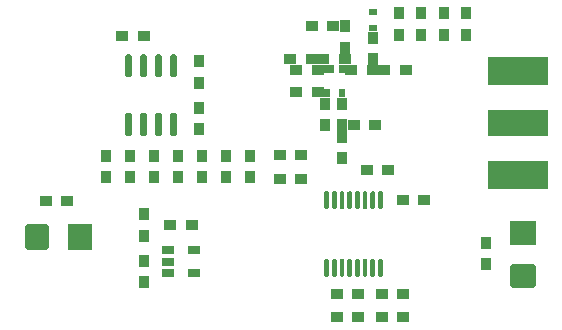
<source format=gbr>
%TF.GenerationSoftware,KiCad,Pcbnew,(5.1.6-0-10_14)*%
%TF.CreationDate,2021-11-26T22:59:46-06:00*%
%TF.ProjectId,EE514 Project,45453531-3420-4507-926f-6a6563742e6b,rev?*%
%TF.SameCoordinates,Original*%
%TF.FileFunction,Paste,Top*%
%TF.FilePolarity,Positive*%
%FSLAX46Y46*%
G04 Gerber Fmt 4.6, Leading zero omitted, Abs format (unit mm)*
G04 Created by KiCad (PCBNEW (5.1.6-0-10_14)) date 2021-11-26 22:59:46*
%MOMM*%
%LPD*%
G01*
G04 APERTURE LIST*
%ADD10R,2.000000X2.200000*%
%ADD11R,1.060000X0.650000*%
%ADD12R,0.950000X0.975000*%
%ADD13R,0.975000X0.950000*%
%ADD14R,0.900000X0.800000*%
%ADD15R,0.600000X0.800000*%
%ADD16R,5.080000X2.420000*%
%ADD17R,5.080000X2.290000*%
%ADD18R,0.700000X0.600000*%
%ADD19R,2.200000X2.000000*%
G04 APERTURE END LIST*
D10*
%TO.C,D101*%
X127679000Y-114564000D03*
G36*
G01*
X123079000Y-115464000D02*
X123079000Y-113664000D01*
G75*
G02*
X123279000Y-113464000I200000J0D01*
G01*
X124879000Y-113464000D01*
G75*
G02*
X125079000Y-113664000I0J-200000D01*
G01*
X125079000Y-115464000D01*
G75*
G02*
X124879000Y-115664000I-200000J0D01*
G01*
X123279000Y-115664000D01*
G75*
G02*
X123079000Y-115464000I0J200000D01*
G01*
G37*
%TD*%
%TO.C,U401*%
G36*
G01*
X131976000Y-101043400D02*
X131676000Y-101043400D01*
G75*
G02*
X131526000Y-100893400I0J150000D01*
G01*
X131526000Y-99243400D01*
G75*
G02*
X131676000Y-99093400I150000J0D01*
G01*
X131976000Y-99093400D01*
G75*
G02*
X132126000Y-99243400I0J-150000D01*
G01*
X132126000Y-100893400D01*
G75*
G02*
X131976000Y-101043400I-150000J0D01*
G01*
G37*
G36*
G01*
X133246000Y-101043400D02*
X132946000Y-101043400D01*
G75*
G02*
X132796000Y-100893400I0J150000D01*
G01*
X132796000Y-99243400D01*
G75*
G02*
X132946000Y-99093400I150000J0D01*
G01*
X133246000Y-99093400D01*
G75*
G02*
X133396000Y-99243400I0J-150000D01*
G01*
X133396000Y-100893400D01*
G75*
G02*
X133246000Y-101043400I-150000J0D01*
G01*
G37*
G36*
G01*
X134516000Y-101043400D02*
X134216000Y-101043400D01*
G75*
G02*
X134066000Y-100893400I0J150000D01*
G01*
X134066000Y-99243400D01*
G75*
G02*
X134216000Y-99093400I150000J0D01*
G01*
X134516000Y-99093400D01*
G75*
G02*
X134666000Y-99243400I0J-150000D01*
G01*
X134666000Y-100893400D01*
G75*
G02*
X134516000Y-101043400I-150000J0D01*
G01*
G37*
G36*
G01*
X135786000Y-101043400D02*
X135486000Y-101043400D01*
G75*
G02*
X135336000Y-100893400I0J150000D01*
G01*
X135336000Y-99243400D01*
G75*
G02*
X135486000Y-99093400I150000J0D01*
G01*
X135786000Y-99093400D01*
G75*
G02*
X135936000Y-99243400I0J-150000D01*
G01*
X135936000Y-100893400D01*
G75*
G02*
X135786000Y-101043400I-150000J0D01*
G01*
G37*
G36*
G01*
X135786000Y-105993400D02*
X135486000Y-105993400D01*
G75*
G02*
X135336000Y-105843400I0J150000D01*
G01*
X135336000Y-104193400D01*
G75*
G02*
X135486000Y-104043400I150000J0D01*
G01*
X135786000Y-104043400D01*
G75*
G02*
X135936000Y-104193400I0J-150000D01*
G01*
X135936000Y-105843400D01*
G75*
G02*
X135786000Y-105993400I-150000J0D01*
G01*
G37*
G36*
G01*
X134516000Y-105993400D02*
X134216000Y-105993400D01*
G75*
G02*
X134066000Y-105843400I0J150000D01*
G01*
X134066000Y-104193400D01*
G75*
G02*
X134216000Y-104043400I150000J0D01*
G01*
X134516000Y-104043400D01*
G75*
G02*
X134666000Y-104193400I0J-150000D01*
G01*
X134666000Y-105843400D01*
G75*
G02*
X134516000Y-105993400I-150000J0D01*
G01*
G37*
G36*
G01*
X133246000Y-105993400D02*
X132946000Y-105993400D01*
G75*
G02*
X132796000Y-105843400I0J150000D01*
G01*
X132796000Y-104193400D01*
G75*
G02*
X132946000Y-104043400I150000J0D01*
G01*
X133246000Y-104043400D01*
G75*
G02*
X133396000Y-104193400I0J-150000D01*
G01*
X133396000Y-105843400D01*
G75*
G02*
X133246000Y-105993400I-150000J0D01*
G01*
G37*
G36*
G01*
X131976000Y-105993400D02*
X131676000Y-105993400D01*
G75*
G02*
X131526000Y-105843400I0J150000D01*
G01*
X131526000Y-104193400D01*
G75*
G02*
X131676000Y-104043400I150000J0D01*
G01*
X131976000Y-104043400D01*
G75*
G02*
X132126000Y-104193400I0J-150000D01*
G01*
X132126000Y-105843400D01*
G75*
G02*
X131976000Y-105993400I-150000J0D01*
G01*
G37*
%TD*%
D11*
%TO.C,U201*%
X137407000Y-115692000D03*
X137407000Y-117592000D03*
X135207000Y-117592000D03*
X135207000Y-116642000D03*
X135207000Y-115692000D03*
%TD*%
%TO.C,U101*%
G36*
G01*
X153051000Y-116425000D02*
X153251000Y-116425000D01*
G75*
G02*
X153351000Y-116525000I0J-100000D01*
G01*
X153351000Y-117800000D01*
G75*
G02*
X153251000Y-117900000I-100000J0D01*
G01*
X153051000Y-117900000D01*
G75*
G02*
X152951000Y-117800000I0J100000D01*
G01*
X152951000Y-116525000D01*
G75*
G02*
X153051000Y-116425000I100000J0D01*
G01*
G37*
G36*
G01*
X152401000Y-116425000D02*
X152601000Y-116425000D01*
G75*
G02*
X152701000Y-116525000I0J-100000D01*
G01*
X152701000Y-117800000D01*
G75*
G02*
X152601000Y-117900000I-100000J0D01*
G01*
X152401000Y-117900000D01*
G75*
G02*
X152301000Y-117800000I0J100000D01*
G01*
X152301000Y-116525000D01*
G75*
G02*
X152401000Y-116425000I100000J0D01*
G01*
G37*
G36*
G01*
X151751000Y-116425000D02*
X151951000Y-116425000D01*
G75*
G02*
X152051000Y-116525000I0J-100000D01*
G01*
X152051000Y-117800000D01*
G75*
G02*
X151951000Y-117900000I-100000J0D01*
G01*
X151751000Y-117900000D01*
G75*
G02*
X151651000Y-117800000I0J100000D01*
G01*
X151651000Y-116525000D01*
G75*
G02*
X151751000Y-116425000I100000J0D01*
G01*
G37*
G36*
G01*
X151101000Y-116425000D02*
X151301000Y-116425000D01*
G75*
G02*
X151401000Y-116525000I0J-100000D01*
G01*
X151401000Y-117800000D01*
G75*
G02*
X151301000Y-117900000I-100000J0D01*
G01*
X151101000Y-117900000D01*
G75*
G02*
X151001000Y-117800000I0J100000D01*
G01*
X151001000Y-116525000D01*
G75*
G02*
X151101000Y-116425000I100000J0D01*
G01*
G37*
G36*
G01*
X150451000Y-116425000D02*
X150651000Y-116425000D01*
G75*
G02*
X150751000Y-116525000I0J-100000D01*
G01*
X150751000Y-117800000D01*
G75*
G02*
X150651000Y-117900000I-100000J0D01*
G01*
X150451000Y-117900000D01*
G75*
G02*
X150351000Y-117800000I0J100000D01*
G01*
X150351000Y-116525000D01*
G75*
G02*
X150451000Y-116425000I100000J0D01*
G01*
G37*
G36*
G01*
X149801000Y-116425000D02*
X150001000Y-116425000D01*
G75*
G02*
X150101000Y-116525000I0J-100000D01*
G01*
X150101000Y-117800000D01*
G75*
G02*
X150001000Y-117900000I-100000J0D01*
G01*
X149801000Y-117900000D01*
G75*
G02*
X149701000Y-117800000I0J100000D01*
G01*
X149701000Y-116525000D01*
G75*
G02*
X149801000Y-116425000I100000J0D01*
G01*
G37*
G36*
G01*
X149151000Y-116425000D02*
X149351000Y-116425000D01*
G75*
G02*
X149451000Y-116525000I0J-100000D01*
G01*
X149451000Y-117800000D01*
G75*
G02*
X149351000Y-117900000I-100000J0D01*
G01*
X149151000Y-117900000D01*
G75*
G02*
X149051000Y-117800000I0J100000D01*
G01*
X149051000Y-116525000D01*
G75*
G02*
X149151000Y-116425000I100000J0D01*
G01*
G37*
G36*
G01*
X148501000Y-116425000D02*
X148701000Y-116425000D01*
G75*
G02*
X148801000Y-116525000I0J-100000D01*
G01*
X148801000Y-117800000D01*
G75*
G02*
X148701000Y-117900000I-100000J0D01*
G01*
X148501000Y-117900000D01*
G75*
G02*
X148401000Y-117800000I0J100000D01*
G01*
X148401000Y-116525000D01*
G75*
G02*
X148501000Y-116425000I100000J0D01*
G01*
G37*
G36*
G01*
X148501000Y-110700000D02*
X148701000Y-110700000D01*
G75*
G02*
X148801000Y-110800000I0J-100000D01*
G01*
X148801000Y-112075000D01*
G75*
G02*
X148701000Y-112175000I-100000J0D01*
G01*
X148501000Y-112175000D01*
G75*
G02*
X148401000Y-112075000I0J100000D01*
G01*
X148401000Y-110800000D01*
G75*
G02*
X148501000Y-110700000I100000J0D01*
G01*
G37*
G36*
G01*
X149151000Y-110700000D02*
X149351000Y-110700000D01*
G75*
G02*
X149451000Y-110800000I0J-100000D01*
G01*
X149451000Y-112075000D01*
G75*
G02*
X149351000Y-112175000I-100000J0D01*
G01*
X149151000Y-112175000D01*
G75*
G02*
X149051000Y-112075000I0J100000D01*
G01*
X149051000Y-110800000D01*
G75*
G02*
X149151000Y-110700000I100000J0D01*
G01*
G37*
G36*
G01*
X149801000Y-110700000D02*
X150001000Y-110700000D01*
G75*
G02*
X150101000Y-110800000I0J-100000D01*
G01*
X150101000Y-112075000D01*
G75*
G02*
X150001000Y-112175000I-100000J0D01*
G01*
X149801000Y-112175000D01*
G75*
G02*
X149701000Y-112075000I0J100000D01*
G01*
X149701000Y-110800000D01*
G75*
G02*
X149801000Y-110700000I100000J0D01*
G01*
G37*
G36*
G01*
X150451000Y-110700000D02*
X150651000Y-110700000D01*
G75*
G02*
X150751000Y-110800000I0J-100000D01*
G01*
X150751000Y-112075000D01*
G75*
G02*
X150651000Y-112175000I-100000J0D01*
G01*
X150451000Y-112175000D01*
G75*
G02*
X150351000Y-112075000I0J100000D01*
G01*
X150351000Y-110800000D01*
G75*
G02*
X150451000Y-110700000I100000J0D01*
G01*
G37*
G36*
G01*
X151101000Y-110700000D02*
X151301000Y-110700000D01*
G75*
G02*
X151401000Y-110800000I0J-100000D01*
G01*
X151401000Y-112075000D01*
G75*
G02*
X151301000Y-112175000I-100000J0D01*
G01*
X151101000Y-112175000D01*
G75*
G02*
X151001000Y-112075000I0J100000D01*
G01*
X151001000Y-110800000D01*
G75*
G02*
X151101000Y-110700000I100000J0D01*
G01*
G37*
G36*
G01*
X151751000Y-110700000D02*
X151951000Y-110700000D01*
G75*
G02*
X152051000Y-110800000I0J-100000D01*
G01*
X152051000Y-112075000D01*
G75*
G02*
X151951000Y-112175000I-100000J0D01*
G01*
X151751000Y-112175000D01*
G75*
G02*
X151651000Y-112075000I0J100000D01*
G01*
X151651000Y-110800000D01*
G75*
G02*
X151751000Y-110700000I100000J0D01*
G01*
G37*
G36*
G01*
X152401000Y-110700000D02*
X152601000Y-110700000D01*
G75*
G02*
X152701000Y-110800000I0J-100000D01*
G01*
X152701000Y-112075000D01*
G75*
G02*
X152601000Y-112175000I-100000J0D01*
G01*
X152401000Y-112175000D01*
G75*
G02*
X152301000Y-112075000I0J100000D01*
G01*
X152301000Y-110800000D01*
G75*
G02*
X152401000Y-110700000I100000J0D01*
G01*
G37*
G36*
G01*
X153051000Y-110700000D02*
X153251000Y-110700000D01*
G75*
G02*
X153351000Y-110800000I0J-100000D01*
G01*
X153351000Y-112075000D01*
G75*
G02*
X153251000Y-112175000I-100000J0D01*
G01*
X153051000Y-112175000D01*
G75*
G02*
X152951000Y-112075000I0J100000D01*
G01*
X152951000Y-110800000D01*
G75*
G02*
X153051000Y-110700000I100000J0D01*
G01*
G37*
%TD*%
D12*
%TO.C,R407*%
X142113000Y-109497500D03*
X142113000Y-107672500D03*
%TD*%
%TO.C,R406*%
X138049000Y-109497500D03*
X138049000Y-107672500D03*
%TD*%
%TO.C,R405*%
X136017000Y-109497500D03*
X136017000Y-107672500D03*
%TD*%
%TO.C,R404*%
X133985000Y-107672500D03*
X133985000Y-109497500D03*
%TD*%
%TO.C,R403*%
X137795000Y-99671500D03*
X137795000Y-101496500D03*
%TD*%
%TO.C,R402*%
X129921000Y-107672500D03*
X129921000Y-109497500D03*
%TD*%
%TO.C,R401*%
X131953000Y-109497500D03*
X131953000Y-107672500D03*
%TD*%
D13*
%TO.C,R301*%
X147851500Y-100431600D03*
X146026500Y-100431600D03*
%TD*%
D12*
%TO.C,R201*%
X133096000Y-118387500D03*
X133096000Y-116562500D03*
%TD*%
D13*
%TO.C,R106*%
X150877900Y-105079800D03*
X152702900Y-105079800D03*
%TD*%
D12*
%TO.C,R105*%
X154686000Y-97432500D03*
X154686000Y-95607500D03*
%TD*%
%TO.C,R104*%
X158496000Y-95607500D03*
X158496000Y-97432500D03*
%TD*%
D13*
%TO.C,R103*%
X155043500Y-111379000D03*
X156868500Y-111379000D03*
%TD*%
D12*
%TO.C,R102*%
X162052000Y-115038500D03*
X162052000Y-116863500D03*
%TD*%
D13*
%TO.C,R101*%
X124817500Y-111506000D03*
X126642500Y-111506000D03*
%TD*%
D14*
%TO.C,Q301*%
X148775800Y-100361400D03*
D15*
X149925800Y-100361400D03*
X148625800Y-102381400D03*
X149925800Y-102381400D03*
%TD*%
D13*
%TO.C,L303*%
X146026500Y-102311200D03*
X147851500Y-102311200D03*
%TD*%
D12*
%TO.C,L302*%
X150114000Y-98550100D03*
X150114000Y-96725100D03*
%TD*%
D13*
%TO.C,L301*%
X153494100Y-100431600D03*
X155319100Y-100431600D03*
%TD*%
D16*
%TO.C,J103*%
X164788000Y-100522000D03*
X164788000Y-109282000D03*
D17*
X164788000Y-104902000D03*
%TD*%
D18*
%TO.C,D301*%
X152527000Y-96889800D03*
X152527000Y-95489800D03*
%TD*%
D19*
%TO.C,D102*%
X165237000Y-114256000D03*
G36*
G01*
X166137000Y-118856000D02*
X164337000Y-118856000D01*
G75*
G02*
X164137000Y-118656000I0J200000D01*
G01*
X164137000Y-117056000D01*
G75*
G02*
X164337000Y-116856000I200000J0D01*
G01*
X166137000Y-116856000D01*
G75*
G02*
X166337000Y-117056000I0J-200000D01*
G01*
X166337000Y-118656000D01*
G75*
G02*
X166137000Y-118856000I-200000J0D01*
G01*
G37*
%TD*%
D12*
%TO.C,C403*%
X140081000Y-107672500D03*
X140081000Y-109497500D03*
%TD*%
D13*
%TO.C,C402*%
X131294500Y-97536000D03*
X133119500Y-97536000D03*
%TD*%
D12*
%TO.C,C401*%
X137795000Y-105433500D03*
X137795000Y-103608500D03*
%TD*%
%TO.C,C307*%
X149936200Y-103252900D03*
X149936200Y-105077900D03*
%TD*%
%TO.C,C306*%
X148463000Y-103252900D03*
X148463000Y-105077900D03*
%TD*%
D13*
%TO.C,C305*%
X145493100Y-99491800D03*
X147318100Y-99491800D03*
%TD*%
%TO.C,C304*%
X148289000Y-99491800D03*
X150114000Y-99491800D03*
%TD*%
%TO.C,C303*%
X147347300Y-96723200D03*
X149172300Y-96723200D03*
%TD*%
%TO.C,C302*%
X152525100Y-100431600D03*
X150700100Y-100431600D03*
%TD*%
D12*
%TO.C,C301*%
X152527000Y-97664900D03*
X152527000Y-99489900D03*
%TD*%
D13*
%TO.C,C202*%
X135358500Y-113538000D03*
X137183500Y-113538000D03*
%TD*%
D12*
%TO.C,C201*%
X133096000Y-112625500D03*
X133096000Y-114450500D03*
%TD*%
%TO.C,C110*%
X149936200Y-107871900D03*
X149936200Y-106046900D03*
%TD*%
%TO.C,C109*%
X160401000Y-95607500D03*
X160401000Y-97432500D03*
%TD*%
%TO.C,C108*%
X156591000Y-97432500D03*
X156591000Y-95607500D03*
%TD*%
D13*
%TO.C,C107*%
X153820500Y-108839000D03*
X151995500Y-108839000D03*
%TD*%
%TO.C,C106*%
X155090500Y-121285000D03*
X153265500Y-121285000D03*
%TD*%
%TO.C,C105*%
X155090500Y-119380000D03*
X153265500Y-119380000D03*
%TD*%
%TO.C,C104*%
X144629500Y-109601000D03*
X146454500Y-109601000D03*
%TD*%
%TO.C,C103*%
X144629500Y-107569000D03*
X146454500Y-107569000D03*
%TD*%
%TO.C,C102*%
X149455500Y-119380000D03*
X151280500Y-119380000D03*
%TD*%
%TO.C,C101*%
X149455500Y-121285000D03*
X151280500Y-121285000D03*
%TD*%
M02*

</source>
